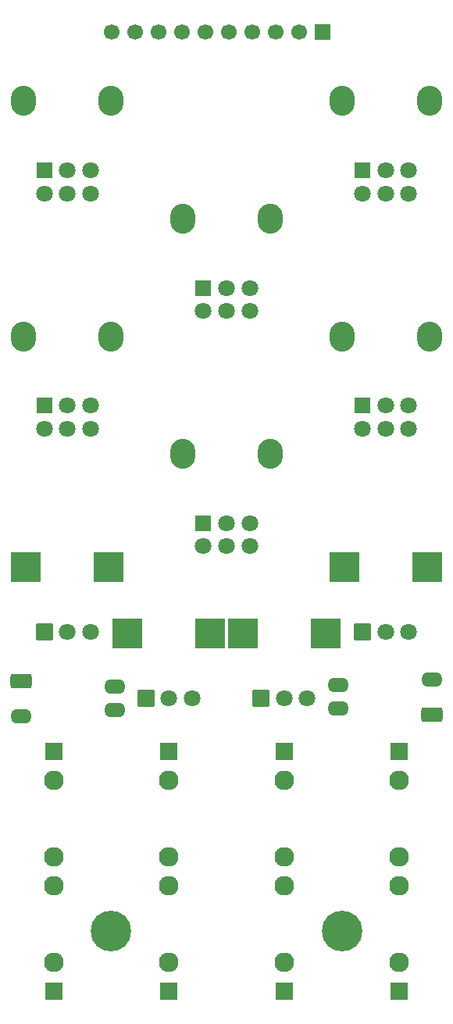
<source format=gbr>
%TF.GenerationSoftware,KiCad,Pcbnew,9.0.6*%
%TF.CreationDate,2025-12-17T11:16:15-05:00*%
%TF.ProjectId,lichen-crustose-control-board,6c696368-656e-42d6-9372-7573746f7365,1.0*%
%TF.SameCoordinates,Original*%
%TF.FileFunction,Soldermask,Top*%
%TF.FilePolarity,Negative*%
%FSLAX46Y46*%
G04 Gerber Fmt 4.6, Leading zero omitted, Abs format (unit mm)*
G04 Created by KiCad (PCBNEW 9.0.6) date 2025-12-17 11:16:15*
%MOMM*%
%LPD*%
G01*
G04 APERTURE LIST*
G04 Aperture macros list*
%AMRoundRect*
0 Rectangle with rounded corners*
0 $1 Rounding radius*
0 $2 $3 $4 $5 $6 $7 $8 $9 X,Y pos of 4 corners*
0 Add a 4 corners polygon primitive as box body*
4,1,4,$2,$3,$4,$5,$6,$7,$8,$9,$2,$3,0*
0 Add four circle primitives for the rounded corners*
1,1,$1+$1,$2,$3*
1,1,$1+$1,$4,$5*
1,1,$1+$1,$6,$7*
1,1,$1+$1,$8,$9*
0 Add four rect primitives between the rounded corners*
20,1,$1+$1,$2,$3,$4,$5,0*
20,1,$1+$1,$4,$5,$6,$7,0*
20,1,$1+$1,$6,$7,$8,$9,0*
20,1,$1+$1,$8,$9,$2,$3,0*%
G04 Aperture macros list end*
%ADD10RoundRect,0.076200X-0.825000X0.825000X-0.825000X-0.825000X0.825000X-0.825000X0.825000X0.825000X0*%
%ADD11C,1.802400*%
%ADD12RoundRect,0.076200X-1.558000X1.558000X-1.558000X-1.558000X1.558000X-1.558000X1.558000X1.558000X0*%
%ADD13O,2.720000X3.240000*%
%ADD14R,1.800000X1.800000*%
%ADD15C,1.800000*%
%ADD16R,1.930000X1.830000*%
%ADD17C,2.130000*%
%ADD18RoundRect,0.249630X0.895370X0.535370X-0.895370X0.535370X-0.895370X-0.535370X0.895370X-0.535370X0*%
%ADD19O,2.290000X1.570000*%
%ADD20RoundRect,0.249630X-0.895370X-0.535370X0.895370X-0.535370X0.895370X0.535370X-0.895370X0.535370X0*%
%ADD21C,4.400000*%
%ADD22R,1.700000X1.700000*%
%ADD23C,1.700000*%
G04 APERTURE END LIST*
D10*
%TO.C,RV5*%
X116500000Y-184700000D03*
D11*
X119000000Y-184700000D03*
X121500000Y-184700000D03*
D12*
X114500000Y-177700000D03*
X123500000Y-177700000D03*
%TD*%
D13*
%TO.C,RV8*%
X120500000Y-132750000D03*
X130000000Y-132750000D03*
D14*
X122750000Y-140250000D03*
D15*
X125250000Y-140250000D03*
X127750000Y-140250000D03*
X122750000Y-142750000D03*
X125250000Y-142750000D03*
X127750000Y-142750000D03*
%TD*%
D16*
%TO.C,J8*%
X144000000Y-216480000D03*
D17*
X144000000Y-205080000D03*
X144000000Y-213380000D03*
%TD*%
D16*
%TO.C,J3*%
X106500000Y-216480000D03*
D17*
X106500000Y-205080000D03*
X106500000Y-213380000D03*
%TD*%
D13*
%TO.C,RV4*%
X137750000Y-120000000D03*
X147250000Y-120000000D03*
D14*
X140000000Y-127500000D03*
D15*
X142500000Y-127500000D03*
X145000000Y-127500000D03*
X140000000Y-130000000D03*
X142500000Y-130000000D03*
X145000000Y-130000000D03*
%TD*%
D10*
%TO.C,RV2*%
X140000000Y-177500000D03*
D11*
X142500000Y-177500000D03*
X145000000Y-177500000D03*
D12*
X138000000Y-170500000D03*
X147000000Y-170500000D03*
%TD*%
D13*
%TO.C,RV10*%
X103250000Y-145500000D03*
X112750000Y-145500000D03*
D14*
X105500000Y-153000000D03*
D15*
X108000000Y-153000000D03*
X110500000Y-153000000D03*
X105500000Y-155500000D03*
X108000000Y-155500000D03*
X110500000Y-155500000D03*
%TD*%
D16*
%TO.C,J2*%
X119000000Y-190520000D03*
D17*
X119000000Y-201920000D03*
X119000000Y-193620000D03*
%TD*%
D13*
%TO.C,RV6*%
X120500000Y-158250000D03*
X130000000Y-158250000D03*
D14*
X122750000Y-165750000D03*
D15*
X125250000Y-165750000D03*
X127750000Y-165750000D03*
X122750000Y-168250000D03*
X125250000Y-168250000D03*
X127750000Y-168250000D03*
%TD*%
D16*
%TO.C,J1*%
X106500000Y-190520000D03*
D17*
X106500000Y-201920000D03*
X106500000Y-193620000D03*
%TD*%
D16*
%TO.C,J6*%
X131500000Y-216480000D03*
D17*
X131500000Y-205080000D03*
X131500000Y-213380000D03*
%TD*%
D13*
%TO.C,RV3*%
X103250000Y-120000000D03*
X112750000Y-120000000D03*
D14*
X105500000Y-127500000D03*
D15*
X108000000Y-127500000D03*
X110500000Y-127500000D03*
X105500000Y-130000000D03*
X108000000Y-130000000D03*
X110500000Y-130000000D03*
%TD*%
D13*
%TO.C,RV9*%
X137750000Y-145500000D03*
X147250000Y-145500000D03*
D14*
X140000000Y-153000000D03*
D15*
X142500000Y-153000000D03*
X145000000Y-153000000D03*
X140000000Y-155500000D03*
X142500000Y-155500000D03*
X145000000Y-155500000D03*
%TD*%
D16*
%TO.C,J5*%
X131500000Y-190520000D03*
D17*
X131500000Y-201920000D03*
X131500000Y-193620000D03*
%TD*%
D16*
%TO.C,J4*%
X119000000Y-216480000D03*
D17*
X119000000Y-205080000D03*
X119000000Y-213380000D03*
%TD*%
D10*
%TO.C,RV7*%
X129000000Y-184700000D03*
D11*
X131500000Y-184700000D03*
X134000000Y-184700000D03*
D12*
X127000000Y-177700000D03*
X136000000Y-177700000D03*
%TD*%
D16*
%TO.C,J7*%
X144000000Y-190520000D03*
D17*
X144000000Y-201920000D03*
X144000000Y-193620000D03*
%TD*%
D10*
%TO.C,RV1*%
X105500000Y-177500000D03*
D11*
X108000000Y-177500000D03*
X110500000Y-177500000D03*
D12*
X103500000Y-170500000D03*
X112500000Y-170500000D03*
%TD*%
D18*
%TO.C,U1*%
X147500000Y-186500000D03*
D19*
X147500000Y-182690000D03*
X137340000Y-183330000D03*
X137340000Y-185860000D03*
%TD*%
D20*
%TO.C,U2*%
X103020000Y-182860000D03*
D19*
X103020000Y-186670000D03*
X113180000Y-186030000D03*
X113180000Y-183500000D03*
%TD*%
D21*
%TO.C,H2*%
X137750000Y-210000000D03*
%TD*%
%TO.C,H1*%
X112750000Y-210000000D03*
%TD*%
D22*
%TO.C,CONN1*%
X135650000Y-112500000D03*
D23*
X133110000Y-112500000D03*
X130570000Y-112500000D03*
X128030000Y-112500000D03*
X125490000Y-112500000D03*
X122950000Y-112500000D03*
X120410000Y-112500000D03*
X117870000Y-112500000D03*
X115330000Y-112500000D03*
X112790000Y-112500000D03*
%TD*%
M02*

</source>
